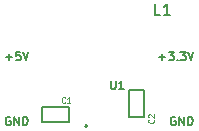
<source format=gto>
G04 (created by PCBNEW (2013-03-04 BZR 3984)-stable) date 10/14/2013 9:35:43 AM*
%MOIN*%
G04 Gerber Fmt 3.4, Leading zero omitted, Abs format*
%FSLAX34Y34*%
G01*
G70*
G90*
G04 APERTURE LIST*
%ADD10C,0.006*%
%ADD11C,0.00984252*%
%ADD12C,0.005*%
%ADD13C,0.00590551*%
%ADD14C,0.0045*%
G04 APERTURE END LIST*
G54D10*
G54D11*
X78300Y-53721D02*
X78318Y-53740D01*
X78300Y-53759D01*
X78281Y-53740D01*
X78300Y-53721D01*
X78300Y-53759D01*
G54D12*
X77750Y-53600D02*
X76850Y-53600D01*
X76850Y-53600D02*
X76850Y-53100D01*
X76850Y-53100D02*
X77750Y-53100D01*
X77750Y-53100D02*
X77750Y-53600D01*
X79750Y-53450D02*
X79750Y-52550D01*
X79750Y-52550D02*
X80250Y-52550D01*
X80250Y-52550D02*
X80250Y-53450D01*
X80250Y-53450D02*
X79750Y-53450D01*
G54D13*
X80748Y-51456D02*
X80958Y-51456D01*
X80853Y-51561D02*
X80853Y-51351D01*
X81063Y-51285D02*
X81234Y-51285D01*
X81142Y-51390D01*
X81181Y-51390D01*
X81208Y-51404D01*
X81221Y-51417D01*
X81234Y-51443D01*
X81234Y-51509D01*
X81221Y-51535D01*
X81208Y-51548D01*
X81181Y-51561D01*
X81103Y-51561D01*
X81076Y-51548D01*
X81063Y-51535D01*
X81352Y-51535D02*
X81365Y-51548D01*
X81352Y-51561D01*
X81339Y-51548D01*
X81352Y-51535D01*
X81352Y-51561D01*
X81457Y-51285D02*
X81628Y-51285D01*
X81536Y-51390D01*
X81575Y-51390D01*
X81601Y-51404D01*
X81614Y-51417D01*
X81628Y-51443D01*
X81628Y-51509D01*
X81614Y-51535D01*
X81601Y-51548D01*
X81575Y-51561D01*
X81496Y-51561D01*
X81470Y-51548D01*
X81457Y-51535D01*
X81706Y-51285D02*
X81798Y-51561D01*
X81890Y-51285D01*
X75790Y-53449D02*
X75763Y-53435D01*
X75724Y-53435D01*
X75685Y-53449D01*
X75658Y-53475D01*
X75645Y-53501D01*
X75632Y-53554D01*
X75632Y-53593D01*
X75645Y-53645D01*
X75658Y-53672D01*
X75685Y-53698D01*
X75724Y-53711D01*
X75750Y-53711D01*
X75790Y-53698D01*
X75803Y-53685D01*
X75803Y-53593D01*
X75750Y-53593D01*
X75921Y-53711D02*
X75921Y-53435D01*
X76078Y-53711D01*
X76078Y-53435D01*
X76209Y-53711D02*
X76209Y-53435D01*
X76275Y-53435D01*
X76314Y-53449D01*
X76341Y-53475D01*
X76354Y-53501D01*
X76367Y-53554D01*
X76367Y-53593D01*
X76354Y-53645D01*
X76341Y-53672D01*
X76314Y-53698D01*
X76275Y-53711D01*
X76209Y-53711D01*
X75645Y-51456D02*
X75855Y-51456D01*
X75750Y-51561D02*
X75750Y-51351D01*
X76118Y-51285D02*
X75986Y-51285D01*
X75973Y-51417D01*
X75986Y-51404D01*
X76013Y-51390D01*
X76078Y-51390D01*
X76104Y-51404D01*
X76118Y-51417D01*
X76131Y-51443D01*
X76131Y-51509D01*
X76118Y-51535D01*
X76104Y-51548D01*
X76078Y-51561D01*
X76013Y-51561D01*
X75986Y-51548D01*
X75973Y-51535D01*
X76209Y-51285D02*
X76301Y-51561D01*
X76393Y-51285D01*
G54D14*
X77620Y-52961D02*
X77611Y-52971D01*
X77585Y-52980D01*
X77568Y-52980D01*
X77542Y-52971D01*
X77525Y-52952D01*
X77517Y-52933D01*
X77508Y-52895D01*
X77508Y-52866D01*
X77517Y-52828D01*
X77525Y-52809D01*
X77542Y-52790D01*
X77568Y-52780D01*
X77585Y-52780D01*
X77611Y-52790D01*
X77620Y-52800D01*
X77791Y-52980D02*
X77688Y-52980D01*
X77740Y-52980D02*
X77740Y-52780D01*
X77722Y-52809D01*
X77705Y-52828D01*
X77688Y-52838D01*
X80561Y-53530D02*
X80571Y-53538D01*
X80580Y-53564D01*
X80580Y-53581D01*
X80571Y-53607D01*
X80552Y-53624D01*
X80533Y-53632D01*
X80495Y-53641D01*
X80466Y-53641D01*
X80428Y-53632D01*
X80409Y-53624D01*
X80390Y-53607D01*
X80380Y-53581D01*
X80380Y-53564D01*
X80390Y-53538D01*
X80400Y-53530D01*
X80400Y-53461D02*
X80390Y-53452D01*
X80380Y-53435D01*
X80380Y-53392D01*
X80390Y-53375D01*
X80400Y-53367D01*
X80419Y-53358D01*
X80438Y-53358D01*
X80466Y-53367D01*
X80580Y-53470D01*
X80580Y-53358D01*
G54D13*
X79140Y-52235D02*
X79140Y-52459D01*
X79153Y-52485D01*
X79166Y-52498D01*
X79192Y-52511D01*
X79245Y-52511D01*
X79271Y-52498D01*
X79284Y-52485D01*
X79297Y-52459D01*
X79297Y-52235D01*
X79573Y-52511D02*
X79415Y-52511D01*
X79494Y-52511D02*
X79494Y-52235D01*
X79468Y-52275D01*
X79441Y-52301D01*
X79415Y-52314D01*
X80784Y-50059D02*
X80596Y-50059D01*
X80596Y-49665D01*
X81121Y-50059D02*
X80896Y-50059D01*
X81009Y-50059D02*
X81009Y-49665D01*
X80971Y-49721D01*
X80934Y-49759D01*
X80896Y-49778D01*
X81290Y-53449D02*
X81263Y-53435D01*
X81224Y-53435D01*
X81185Y-53449D01*
X81158Y-53475D01*
X81145Y-53501D01*
X81132Y-53554D01*
X81132Y-53593D01*
X81145Y-53645D01*
X81158Y-53672D01*
X81185Y-53698D01*
X81224Y-53711D01*
X81250Y-53711D01*
X81290Y-53698D01*
X81303Y-53685D01*
X81303Y-53593D01*
X81250Y-53593D01*
X81421Y-53711D02*
X81421Y-53435D01*
X81578Y-53711D01*
X81578Y-53435D01*
X81709Y-53711D02*
X81709Y-53435D01*
X81775Y-53435D01*
X81814Y-53449D01*
X81841Y-53475D01*
X81854Y-53501D01*
X81867Y-53554D01*
X81867Y-53593D01*
X81854Y-53645D01*
X81841Y-53672D01*
X81814Y-53698D01*
X81775Y-53711D01*
X81709Y-53711D01*
M02*

</source>
